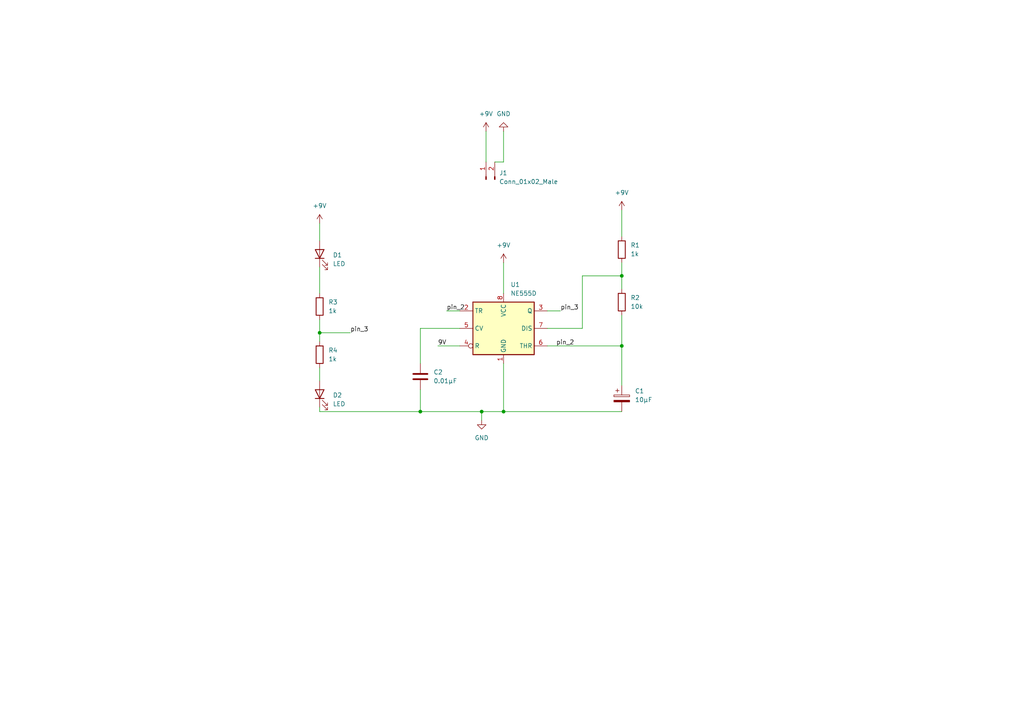
<source format=kicad_sch>
(kicad_sch (version 20211123) (generator eeschema)
  (paper "A4")
  (lib_symbols
    (symbol "Connector:Conn_01x02_Male" (pin_names (offset 1.016) hide)
      (property "Reference" "J" (at 0 2.54 0))
      (property "Value" "Conn_01x02_Male" (at 0 -5.08 0))
      (symbol "Conn_01x02_Male_1_1"
        (polyline (pts (xy 1.27 -2.54) (xy 0.8636 -2.54)) (stroke (width 0.1524)))
        (polyline (pts (xy 1.27 0) (xy 0.8636 0)) (stroke (width 0.1524)))
        (rectangle (start 0.8636 -2.413) (end 0 -2.667) (stroke (width 0.1524)) (fill (type outline)))
        (rectangle (start 0.8636 0.127) (end 0 -0.127) (stroke (width 0.1524)) (fill (type outline)))
        (pin passive line (at 5.08 0 180) (length 3.81) (name "Pin_1") (number "1"))
        (pin passive line (at 5.08 -2.54 180) (length 3.81) (name "Pin_2") (number "2"))
      )
    )
    (symbol "Device:C" (pin_numbers hide) (pin_names (offset 0.254))
      (property "Reference" "C" (at 0.635 2.54 0))
      (property "Value" "C" (at 0.635 -2.54 0))
      (symbol "C_0_1"
        (polyline (pts (xy -2.032 -0.762) (xy 2.032 -0.762)) (stroke (width 0.508)))
        (polyline (pts (xy -2.032 0.762) (xy 2.032 0.762)) (stroke (width 0.508)))
      )
      (symbol "C_1_1"
        (pin passive line (at 0 3.81 270) (length 2.794) (name "~") (number "1"))
        (pin passive line (at 0 -3.81 90) (length 2.794) (name "~") (number "2"))
      )
    )
    (symbol "Device:C_Polarized" (pin_numbers hide) (pin_names (offset 0.254))
      (property "Reference" "C" (at 0.635 2.54 0))
      (property "Value" "C_Polarized" (at 0.635 -2.54 0))
      (symbol "C_Polarized_0_1"
        (rectangle (start -2.286 0.508) (end 2.286 1.016))
        (polyline (pts (xy -1.778 2.286) (xy -0.762 2.286)))
        (polyline (pts (xy -1.27 2.794) (xy -1.27 1.778)))
        (rectangle (start 2.286 -0.508) (end -2.286 -1.016) (fill (type outline)))
      )
      (symbol "C_Polarized_1_1"
        (pin passive line (at 0 3.81 270) (length 2.794) (name "~") (number "1"))
        (pin passive line (at 0 -3.81 90) (length 2.794) (name "~") (number "2"))
      )
    )
    (symbol "Device:LED" (pin_numbers hide) (pin_names (offset 1.016) hide)
      (property "Reference" "D" (at 0 2.54 0))
      (property "Value" "LED" (at 0 -2.54 0))
      (symbol "LED_0_1"
        (polyline (pts (xy -1.27 -1.27) (xy -1.27 1.27)) (stroke (width 0.254)))
        (polyline (pts (xy -1.27 0) (xy 1.27 0)))
        (polyline (pts (xy 1.27 -1.27) (xy 1.27 1.27) (xy -1.27 0) (xy 1.27 -1.27)) (stroke (width 0.254)))
        (polyline (pts (xy -3.048 -0.762) (xy -4.572 -2.286) (xy -3.81 -2.286) (xy -4.572 -2.286) (xy -4.572 -1.524)))
        (polyline (pts (xy -1.778 -0.762) (xy -3.302 -2.286) (xy -2.54 -2.286) (xy -3.302 -2.286) (xy -3.302 -1.524)))
      )
      (symbol "LED_1_1"
        (pin passive line (at -3.81 0 0) (length 2.54) (name "K") (number "1"))
        (pin passive line (at 3.81 0 180) (length 2.54) (name "A") (number "2"))
      )
    )
    (symbol "Device:R" (pin_numbers hide) (pin_names (offset 0))
      (property "Reference" "R" (at 2.032 0 90))
      (property "Value" "R" (at 0 0 90))
      (symbol "R_0_1"
        (rectangle (start -1.016 -2.54) (end 1.016 2.54) (stroke (width 0.254)))
      )
      (symbol "R_1_1"
        (pin passive line (at 0 3.81 270) (length 1.27) (name "~") (number "1"))
        (pin passive line (at 0 -3.81 90) (length 1.27) (name "~") (number "2"))
      )
    )
    (symbol "Timer:NE555D"
      (property "Reference" "U" (at -10.16 8.89 0))
      (property "Value" "NE555D" (at 2.54 8.89 0))
      (symbol "NE555D_0_0"
        (pin power_in line (at 0 -10.16 90) (length 2.54) (name "GND") (number "1"))
        (pin power_in line (at 0 10.16 270) (length 2.54) (name "VCC") (number "8"))
      )
      (symbol "NE555D_0_1"
        (rectangle (start -8.89 -7.62) (end 8.89 7.62) (stroke (width 0.254)) (fill (type background)))
        (rectangle (start -8.89 -7.62) (end 8.89 7.62) (stroke (width 0.254)) (fill (type background)))
      )
      (symbol "NE555D_1_1"
        (pin input line (at -12.7 5.08 0) (length 3.81) (name "TR") (number "2"))
        (pin output line (at 12.7 5.08 180) (length 3.81) (name "Q") (number "3"))
        (pin input inverted (at -12.7 -5.08 0) (length 3.81) (name "R") (number "4"))
        (pin input line (at -12.7 0 0) (length 3.81) (name "CV") (number "5"))
        (pin input line (at 12.7 -5.08 180) (length 3.81) (name "THR") (number "6"))
        (pin input line (at 12.7 0 180) (length 3.81) (name "DIS") (number "7"))
      )
    )
    (symbol "power:+9V" (power) (pin_names (offset 0))
      (property "Value" "+9V" (at 0 3.556 0))
      (symbol "+9V_0_1"
        (polyline (pts (xy -0.762 1.27) (xy 0 2.54)))
        (polyline (pts (xy 0 0) (xy 0 2.54)))
        (polyline (pts (xy 0 2.54) (xy 0.762 1.27)))
      )
      (symbol "+9V_1_1"
        (pin power_in line (at 0 0 90) (length 0) hide (name "+9V") (number "1"))
      )
    )
    (symbol "power:GND" (power) (pin_names (offset 0))
      (property "Value" "GND" (at 0 -3.81 0))
      (symbol "GND_0_1"
        (polyline (pts (xy 0 0) (xy 0 -1.27) (xy 1.27 -1.27) (xy 0 -2.54) (xy -1.27 -1.27) (xy 0 -1.27)))
      )
      (symbol "GND_1_1"
        (pin power_in line (at 0 0 270) (length 0) hide (name "GND") (number "1"))
      )
    )
  )
  (junction (at 121.92 119.38))
  (junction (at 92.71 96.52))
  (junction (at 180.34 80.01))
  (junction (at 139.7 119.38))
  (junction (at 180.34 100.33))
  (junction (at 146.05 119.38))
  (wire (pts (xy 180.34 91.44) (xy 180.34 100.33)))
  (wire (pts (xy 143.51 46.99) (xy 146.05 46.99)))
  (wire (pts (xy 92.71 96.52) (xy 101.6 96.52)))
  (wire (pts (xy 92.71 77.47) (xy 92.71 85.09)))
  (wire (pts (xy 121.92 119.38) (xy 139.7 119.38)))
  (wire (pts (xy 121.92 95.25) (xy 121.92 105.41)))
  (wire (pts (xy 140.97 38.1) (xy 140.97 46.99)))
  (wire (pts (xy 139.7 119.38) (xy 146.05 119.38)))
  (wire (pts (xy 92.71 106.68) (xy 92.71 110.49)))
  (wire (pts (xy 158.75 95.25) (xy 168.91 95.25)))
  (wire (pts (xy 121.92 113.03) (xy 121.92 119.38)))
  (wire (pts (xy 180.34 60.96) (xy 180.34 68.58)))
  (wire (pts (xy 180.34 76.2) (xy 180.34 80.01)))
  (wire (pts (xy 168.91 95.25) (xy 168.91 80.01)))
  (wire (pts (xy 92.71 119.38) (xy 121.92 119.38)))
  (wire (pts (xy 158.75 90.17) (xy 162.56 90.17)))
  (wire (pts (xy 168.91 80.01) (xy 180.34 80.01)))
  (wire (pts (xy 92.71 64.77) (xy 92.71 69.85)))
  (wire (pts (xy 139.7 119.38) (xy 139.7 121.92)))
  (wire (pts (xy 180.34 80.01) (xy 180.34 83.82)))
  (wire (pts (xy 146.05 76.2) (xy 146.05 85.09)))
  (wire (pts (xy 92.71 96.52) (xy 92.71 99.06)))
  (wire (pts (xy 129.54 90.17) (xy 133.35 90.17)))
  (wire (pts (xy 158.75 100.33) (xy 180.34 100.33)))
  (wire (pts (xy 92.71 118.11) (xy 92.71 119.38)))
  (wire (pts (xy 180.34 119.38) (xy 146.05 119.38)))
  (wire (pts (xy 133.35 95.25) (xy 121.92 95.25)))
  (wire (pts (xy 146.05 46.99) (xy 146.05 38.1)))
  (wire (pts (xy 146.05 105.41) (xy 146.05 119.38)))
  (wire (pts (xy 92.71 92.71) (xy 92.71 96.52)))
  (wire (pts (xy 127 100.33) (xy 133.35 100.33)))
  (wire (pts (xy 180.34 100.33) (xy 180.34 111.76)))
  (label "pin_3" (at 162.56 90.17 0))
  (label "pin_2" (at 129.54 90.17 0))
  (label "pin_3" (at 101.6 96.52 0))
  (label "pin_2" (at 161.29 100.33 0))
  (label "9V" (at 127 100.33 0))
  (symbol (lib_id "Device:R") (at 92.71 88.9 0) (unit 1)
    (property "Reference" "R3" (at 95.25 87.6299 0) (effects (justify left)))
    (property "Value" "1k" (at 95.25 90.1699 0) (effects (justify left)))
  )
  (symbol (lib_id "power:+9V") (at 146.05 76.2 0) (unit 1)
    (property "Reference" "#PWR05" (effects hide))
    (property "Value" "+9V" (at 146.05 71.12 0))
  )
  (symbol (lib_id "power:+9V") (at 140.97 38.1 0) (unit 1)
    (property "Reference" "#PWR01" (effects hide))
    (property "Value" "+9V" (at 140.97 33.02 0))
  )
  (symbol (lib_id "Device:R") (at 180.34 72.39 0) (unit 1)
    (property "Reference" "R1" (at 182.88 71.1199 0) (effects (justify left)))
    (property "Value" "1k" (at 182.88 73.6599 0) (effects (justify left)))
  )
  (symbol (lib_id "power:GND") (at 146.05 38.1 180) (unit 1)
    (property "Reference" "#PWR02" (effects hide))
    (property "Value" "GND" (at 146.05 33.02 0))
  )
  (symbol (lib_id "power:+9V") (at 92.71 64.77 0) (unit 1)
    (property "Reference" "#PWR04" (effects hide))
    (property "Value" "+9V" (at 92.71 59.69 0))
  )
  (symbol (lib_id "Connector:Conn_01x02_Male") (at 140.97 52.07 90) (unit 1)
    (property "Reference" "J1" (at 144.78 50.1649 90) (effects (justify right)))
    (property "Value" "Conn_01x02_Male" (at 144.78 52.7049 90) (effects (justify right)))
  )
  (symbol (lib_id "Device:C_Polarized") (at 180.34 115.57 0) (unit 1)
    (property "Reference" "C1" (at 184.15 113.4109 0) (effects (justify left)))
    (property "Value" "10µF" (at 184.15 115.9509 0) (effects (justify left)))
  )
  (symbol (lib_id "Timer:NE555D") (at 146.05 95.25 0) (unit 1)
    (property "Reference" "U1" (at 148.0694 82.55 0) (effects (justify left)))
    (property "Value" "NE555D" (at 148.0694 85.09 0) (effects (justify left)))
    (property "Footprint" "Package_SO:SOIC-8_3.9x4.9mm_P1.27mm" (effects hide))
    (property "Datasheet" "http://www.ti.com/lit/ds/symlink/ne555.pdf" (effects hide))
  )
  (symbol (lib_id "Device:R") (at 92.71 102.87 0) (unit 1)
    (property "Reference" "R4" (at 95.25 101.5999 0) (effects (justify left)))
    (property "Value" "1k" (at 95.25 104.1399 0) (effects (justify left)))
  )
  (symbol (lib_id "Device:R") (at 180.34 87.63 0) (unit 1)
    (property "Reference" "R2" (at 182.88 86.3599 0) (effects (justify left)))
    (property "Value" "10k" (at 182.88 88.8999 0) (effects (justify left)))
  )
  (symbol (lib_id "power:GND") (at 139.7 121.92 0) (unit 1)
    (property "Reference" "#PWR06" (effects hide))
    (property "Value" "GND" (at 139.7 127 0))
  )
  (symbol (lib_id "power:+9V") (at 180.34 60.96 0) (unit 1)
    (property "Reference" "#PWR03" (effects hide))
    (property "Value" "+9V" (at 180.34 55.88 0))
  )
  (symbol (lib_id "Device:C") (at 121.92 109.22 0) (unit 1)
    (property "Reference" "C2" (at 125.73 107.9499 0) (effects (justify left)))
    (property "Value" "0.01µF" (at 125.73 110.4899 0) (effects (justify left)))
  )
  (symbol (lib_id "Device:LED") (at 92.71 73.66 90) (unit 1)
    (property "Reference" "D1" (at 96.52 73.9774 90) (effects (justify right)))
    (property "Value" "LED" (at 96.52 76.5174 90) (effects (justify right)))
  )
  (symbol (lib_id "Device:LED") (at 92.71 114.3 90) (unit 1)
    (property "Reference" "D2" (at 96.52 114.6174 90) (effects (justify right)))
    (property "Value" "LED" (at 96.52 117.1574 90) (effects (justify right)))
  )
)
</source>
